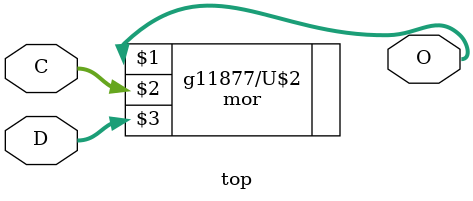
<source format=v>
module top(C, D, O);
input [1:0] C,D;
output [1:0] O;


mor \g11877/U$2 ( O, C, D );
endmodule


</source>
